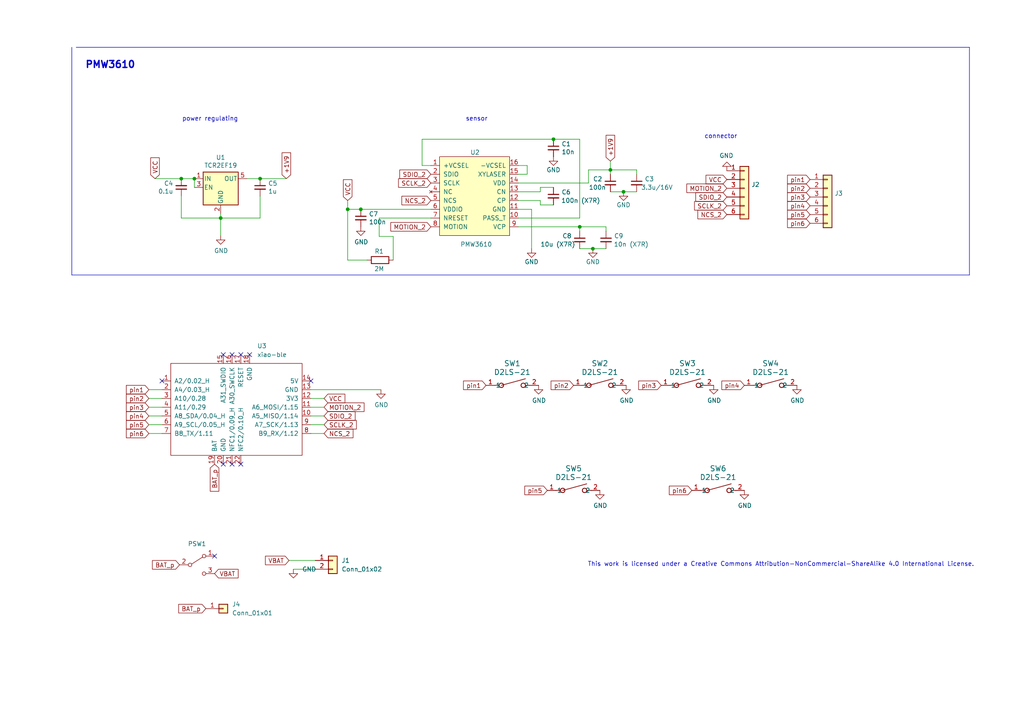
<source format=kicad_sch>
(kicad_sch (version 20230121) (generator eeschema)
  (paper "A4")
  (title_block (company "bastard keyboards") (comment 4 "Copyright Quentin Lebastard"))
  (lib_symbols
    (symbol "2024-07-27_01-51-38:D2LS-21" (pin_names (offset 0.254))
      (property "Reference" "SW" (at 7.62 3.81 0))
      (property "Value" "D2LS-21" (at 0 0 0))
      (symbol "D2LS-21_0_1"
        (polyline (pts (xy 2.54 0) (xy 3.81 0)) (stroke (width 0.2032)))
        (polyline (pts (xy 4.445 0) (xy 11.43 1.905)) (stroke (width 0.2032)))
        (polyline (pts (xy 12.7 0) (xy 11.43 0)) (stroke (width 0.2032)))
        (circle (center 4.445 0) (radius 0.635) (stroke (width 0.254)))
        (circle (center 10.795 0) (radius 0.635) (stroke (width 0.254)))
        (pin unspecified line (at 0 0 0) (length 2.54) (name "1") (number "1"))
        (pin unspecified line (at 15.24 0 180) (length 2.54) (name "2") (number "2"))
      )
    )
    (symbol "Connector_Generic:Conn_01x01" (pin_names (offset 1.016) hide)
      (property "Reference" "J" (at 0 2.54 0))
      (property "Value" "Conn_01x01" (at 0 -2.54 0))
      (symbol "Conn_01x01_1_1"
        (rectangle (start -1.27 0.127) (end 0 -0.127) (stroke (width 0.1524)))
        (rectangle (start -1.27 1.27) (end 1.27 -1.27) (stroke (width 0.254)) (fill (type background)))
        (pin passive line (at -5.08 0 0) (length 3.81) (name "Pin_1") (number "1"))
      )
    )
    (symbol "Connector_Generic:Conn_01x02" (pin_names (offset 1.016) hide)
      (property "Reference" "J" (at 0 2.54 0))
      (property "Value" "Conn_01x02" (at 0 -5.08 0))
      (symbol "Conn_01x02_1_1"
        (rectangle (start -1.27 -2.413) (end 0 -2.667) (stroke (width 0.1524)))
        (rectangle (start -1.27 0.127) (end 0 -0.127) (stroke (width 0.1524)))
        (rectangle (start -1.27 1.27) (end 1.27 -3.81) (stroke (width 0.254)) (fill (type background)))
        (pin passive line (at -5.08 0 0) (length 3.81) (name "Pin_1") (number "1"))
        (pin passive line (at -5.08 -2.54 0) (length 3.81) (name "Pin_2") (number "2"))
      )
    )
    (symbol "Connector_Generic:Conn_01x06" (pin_names (offset 1.016) hide)
      (property "Reference" "J" (at 0 7.62 0))
      (property "Value" "Conn_01x06" (at 0 -10.16 0))
      (symbol "Conn_01x06_1_1"
        (rectangle (start -1.27 -7.493) (end 0 -7.747) (stroke (width 0.1524)))
        (rectangle (start -1.27 -4.953) (end 0 -5.207) (stroke (width 0.1524)))
        (rectangle (start -1.27 -2.413) (end 0 -2.667) (stroke (width 0.1524)))
        (rectangle (start -1.27 0.127) (end 0 -0.127) (stroke (width 0.1524)))
        (rectangle (start -1.27 2.667) (end 0 2.413) (stroke (width 0.1524)))
        (rectangle (start -1.27 5.207) (end 0 4.953) (stroke (width 0.1524)))
        (rectangle (start -1.27 6.35) (end 1.27 -8.89) (stroke (width 0.254)) (fill (type background)))
        (pin passive line (at -5.08 5.08 0) (length 3.81) (name "Pin_1") (number "1"))
        (pin passive line (at -5.08 2.54 0) (length 3.81) (name "Pin_2") (number "2"))
        (pin passive line (at -5.08 0 0) (length 3.81) (name "Pin_3") (number "3"))
        (pin passive line (at -5.08 -2.54 0) (length 3.81) (name "Pin_4") (number "4"))
        (pin passive line (at -5.08 -5.08 0) (length 3.81) (name "Pin_5") (number "5"))
        (pin passive line (at -5.08 -7.62 0) (length 3.81) (name "Pin_6") (number "6"))
      )
    )
    (symbol "Device:C_Small" (pin_numbers hide) (pin_names (offset 0.254) hide)
      (property "Reference" "C" (at 0.254 1.778 0))
      (property "Value" "C_Small" (at 0.254 -2.032 0))
      (symbol "C_Small_0_1"
        (polyline (pts (xy -1.524 -0.508) (xy 1.524 -0.508)) (stroke (width 0.3302)))
        (polyline (pts (xy -1.524 0.508) (xy 1.524 0.508)) (stroke (width 0.3048)))
      )
      (symbol "C_Small_1_1"
        (pin passive line (at 0 2.54 270) (length 2.032) (name "~") (number "1"))
        (pin passive line (at 0 -2.54 90) (length 2.032) (name "~") (number "2"))
      )
    )
    (symbol "Device:R" (pin_numbers hide) (pin_names (offset 0))
      (property "Reference" "R" (at 2.032 0 90))
      (property "Value" "R" (at 0 0 90))
      (symbol "R_0_1"
        (rectangle (start -1.016 -2.54) (end 1.016 2.54) (stroke (width 0.254)))
      )
      (symbol "R_1_1"
        (pin passive line (at 0 3.81 270) (length 1.27) (name "~") (number "1"))
        (pin passive line (at 0 -3.81 90) (length 1.27) (name "~") (number "2"))
      )
    )
    (symbol "Regulator_Linear:TLV70218_SOT23-5" (pin_names (offset 0.254))
      (property "Reference" "U" (at -3.81 5.715 0))
      (property "Value" "TLV70218_SOT23-5" (at 0 5.715 0))
      (symbol "TLV70218_SOT23-5_0_1"
        (rectangle (start -5.08 4.445) (end 5.08 -5.08) (stroke (width 0.254)) (fill (type background)))
      )
      (symbol "TLV70218_SOT23-5_1_1"
        (pin power_in line (at -7.62 2.54 0) (length 2.54) (name "IN") (number "1"))
        (pin power_in line (at 0 -7.62 90) (length 2.54) (name "GND") (number "2"))
        (pin input line (at -7.62 0 0) (length 2.54) (name "EN") (number "3"))
        (pin no_connect line (at 5.08 0 180) (length 2.54) hide (name "NC") (number "4"))
        (pin power_out line (at 7.62 2.54 180) (length 2.54) (name "OUT") (number "5"))
      )
    )
    (symbol "Switch:SW_SPDT" (pin_names (offset 0) hide)
      (property "Reference" "SW" (at 0 4.318 0))
      (property "Value" "SW_SPDT" (at 0 -5.08 0))
      (symbol "SW_SPDT_0_0"
        (circle (center -2.032 0) (radius 0.508))
        (circle (center 2.032 -2.54) (radius 0.508))
      )
      (symbol "SW_SPDT_0_1"
        (polyline (pts (xy -1.524 0.254) (xy 1.651 2.286)))
        (circle (center 2.032 2.54) (radius 0.508))
      )
      (symbol "SW_SPDT_1_1"
        (pin passive line (at 5.08 2.54 180) (length 2.54) (name "A") (number "1"))
        (pin passive line (at -5.08 0 0) (length 2.54) (name "B") (number "2"))
        (pin passive line (at 5.08 -2.54 180) (length 2.54) (name "C") (number "3"))
      )
    )
    (symbol "mcu:xiao-ble" (pin_names (offset 1.016))
      (property "Reference" "U" (at -17.78 16.51 0))
      (property "Value" "xiao-ble" (at -15.24 13.97 0))
      (symbol "xiao-ble_0_1"
        (rectangle (start -19.05 12.7) (end 19.05 -13.97))
      )
      (symbol "xiao-ble_1_1"
        (pin bidirectional line (at -21.59 7.62 0) (length 2.54) (name "A2/0.02_H") (number "1"))
        (pin bidirectional line (at 21.59 -2.54 180) (length 2.54) (name "A5_MISO/1.14") (number "10"))
        (pin bidirectional line (at 21.59 0 180) (length 2.54) (name "A6_MOSI/1.15") (number "11"))
        (pin power_out line (at 21.59 2.54 180) (length 2.54) (name "3V3") (number "12"))
        (pin power_out line (at 21.59 5.08 180) (length 2.54) (name "GND") (number "13"))
        (pin power_out line (at 21.59 7.62 180) (length 2.54) (name "5V") (number "14"))
        (pin input line (at -3.81 15.24 270) (length 2.54) (name "A31_SWDIO") (number "15"))
        (pin input line (at -1.27 15.24 270) (length 2.54) (name "A30_SWCLK") (number "16"))
        (pin input line (at 1.27 15.24 270) (length 2.54) (name "RESET") (number "17"))
        (pin power_out line (at 3.81 15.24 270) (length 2.54) (name "GND") (number "18"))
        (pin bidirectional line (at -6.35 -16.51 90) (length 2.54) (name "BAT") (number "19"))
        (pin bidirectional line (at -21.59 5.08 0) (length 2.54) (name "A4/0.03_H") (number "2"))
        (pin power_out line (at -3.81 -16.51 90) (length 2.54) (name "GND") (number "20"))
        (pin bidirectional line (at -1.27 -16.51 90) (length 2.54) (name "NFC1/0.09_H") (number "21"))
        (pin bidirectional line (at 1.27 -16.51 90) (length 2.54) (name "NFC2/0.10_H") (number "22"))
        (pin bidirectional line (at -21.59 2.54 0) (length 2.54) (name "A10/0.28") (number "3"))
        (pin bidirectional line (at -21.59 0 0) (length 2.54) (name "A11/0.29") (number "4"))
        (pin bidirectional line (at -21.59 -2.54 0) (length 2.54) (name "A8_SDA/0.04_H") (number "5"))
        (pin bidirectional line (at -21.59 -5.08 0) (length 2.54) (name "A9_SCL/0.05_H") (number "6"))
        (pin bidirectional line (at -21.59 -7.62 0) (length 2.54) (name "B8_TX/1.11") (number "7"))
        (pin bidirectional line (at 21.59 -7.62 180) (length 2.54) (name "B9_RX/1.12") (number "8"))
        (pin bidirectional line (at 21.59 -5.08 180) (length 2.54) (name "A7_SCK/1.13") (number "9"))
      )
    )
    (symbol "mysymbol:PMW3610" (pin_names (offset 1.016))
      (property "Reference" "U?" (at -1.27 17.78 0))
      (property "Value" "PMW3610" (at 10.16 -12.7 0))
      (symbol "PMW3610_0_0"
        (pin input line (at -12.7 10.16 0) (length 2.54) (name "+VCSEL") (number "1"))
        (pin unspecified line (at 12.7 -5.08 180) (length 2.54) (name "PASS_T") (number "10"))
        (pin input line (at 12.7 -2.54 180) (length 2.54) (name "GND") (number "11"))
        (pin unspecified line (at 12.7 0 180) (length 2.54) (name "CP") (number "12"))
        (pin unspecified line (at 12.7 2.54 180) (length 2.54) (name "CN") (number "13"))
        (pin power_in line (at 12.7 5.08 180) (length 2.54) (name "VDD") (number "14"))
        (pin input line (at 12.7 7.62 180) (length 2.54) (name "XYLASER") (number "15"))
        (pin unspecified line (at 12.7 10.16 180) (length 2.54) (name "-VCSEL") (number "16"))
        (pin bidirectional line (at -12.7 7.62 0) (length 2.54) (name "SDIO") (number "2"))
        (pin input line (at -12.7 5.08 0) (length 2.54) (name "SCLK") (number "3"))
        (pin no_connect line (at -12.7 2.54 0) (length 2.54) (name "NC") (number "4"))
        (pin input line (at -12.7 0 0) (length 2.54) (name "NCS") (number "5"))
        (pin input line (at -12.7 -2.54 0) (length 2.54) (name "VDDIO") (number "6"))
        (pin input line (at -12.7 -5.08 0) (length 2.54) (name "NRESET") (number "7"))
        (pin output line (at -12.7 -7.62 0) (length 2.54) (name "MOTION") (number "8"))
        (pin unspecified line (at 12.7 -7.62 180) (length 2.54) (name "VCP") (number "9"))
      )
      (symbol "PMW3610_0_1"
        (rectangle (start -10.16 12.7) (end 10.16 -10.16) (fill (type background)))
      )
    )
    (symbol "power:GND" (power) (pin_names (offset 0))
      (property "Value" "GND" (at 0 -3.81 0))
      (symbol "GND_0_1"
        (polyline (pts (xy 0 0) (xy 0 -1.27) (xy 1.27 -1.27) (xy 0 -2.54) (xy -1.27 -1.27) (xy 0 -1.27)))
      )
      (symbol "GND_1_1"
        (pin power_in line (at 0 0 270) (length 0) hide (name "GND") (number "1"))
      )
    )
  )
  (junction (at 64.008 63.246))
  (junction (at 100.838 60.706))
  (junction (at 168.148 65.786))
  (junction (at 52.578 51.816))
  (junction (at 171.958 72.136))
  (junction (at 177.038 49.276))
  (junction (at 56.388 51.816))
  (junction (at 180.848 55.626))
  (junction (at 104.648 60.706))
  (junction (at 160.528 40.386))
  (junction (at 75.438 51.816))
  (no_connect (at 67.31 102.87))
  (no_connect (at 72.39 102.87))
  (no_connect (at 67.31 134.62))
  (no_connect (at 62.23 161.29))
  (no_connect (at 64.77 134.62))
  (no_connect (at 46.99 110.49))
  (no_connect (at 69.85 102.87))
  (no_connect (at 64.77 102.87))
  (no_connect (at 90.17 110.49))
  (no_connect (at 69.85 134.62))
  (wire (pts (xy 156.718 58.166) (xy 156.718 59.436)))
  (wire (pts (xy 150.368 63.246) (xy 168.148 63.246)))
  (wire (pts (xy 150.368 65.786) (xy 168.148 65.786)))
  (wire (pts (xy 177.038 55.626) (xy 180.848 55.626)))
  (wire (pts (xy 43.18 120.65) (xy 46.99 120.65)))
  (wire (pts (xy 90.17 125.73) (xy 93.98 125.73)))
  (wire (pts (xy 177.038 46.736) (xy 177.038 49.276)))
  (wire (pts (xy 168.148 65.786) (xy 168.148 67.056)))
  (wire (pts (xy 106.426 75.438) (xy 100.838 75.438)))
  (wire (pts (xy 168.148 65.786) (xy 175.768 65.786)))
  (wire (pts (xy 150.368 53.086) (xy 170.688 53.086)))
  (polyline (pts (xy 20.828 13.716) (xy 20.828 79.756)))
  (wire (pts (xy 43.18 125.73) (xy 46.99 125.73)))
  (wire (pts (xy 93.98 118.11) (xy 90.17 118.11)))
  (wire (pts (xy 168.148 72.136) (xy 171.958 72.136)))
  (wire (pts (xy 91.44 165.1) (xy 85.09 165.1)))
  (wire (pts (xy 180.848 55.626) (xy 184.658 55.626)))
  (wire (pts (xy 170.688 53.086) (xy 170.688 49.276)))
  (wire (pts (xy 100.838 60.706) (xy 100.838 75.438)))
  (wire (pts (xy 75.438 63.246) (xy 64.008 63.246)))
  (wire (pts (xy 93.98 123.19) (xy 90.17 123.19)))
  (wire (pts (xy 122.428 48.006) (xy 124.968 48.006)))
  (wire (pts (xy 52.578 51.816) (xy 56.388 51.816)))
  (wire (pts (xy 175.768 65.786) (xy 175.768 67.056)))
  (wire (pts (xy 171.958 72.136) (xy 175.768 72.136)))
  (wire (pts (xy 64.008 61.976) (xy 64.008 63.246)))
  (wire (pts (xy 109.982 63.246) (xy 124.968 63.246)))
  (wire (pts (xy 43.18 123.19) (xy 46.99 123.19)))
  (wire (pts (xy 43.18 115.57) (xy 46.99 115.57)))
  (wire (pts (xy 52.578 56.896) (xy 52.578 63.246)))
  (wire (pts (xy 43.18 118.11) (xy 46.99 118.11)))
  (polyline (pts (xy 22.098 13.716) (xy 281.178 13.716)))
  (wire (pts (xy 150.368 48.006) (xy 152.908 48.006)))
  (wire (pts (xy 91.44 162.56) (xy 83.82 162.56)))
  (wire (pts (xy 110.49 113.03) (xy 90.17 113.03)))
  (wire (pts (xy 93.98 120.65) (xy 90.17 120.65)))
  (wire (pts (xy 56.388 54.356) (xy 56.388 51.816)))
  (wire (pts (xy 160.528 40.386) (xy 122.428 40.386)))
  (wire (pts (xy 114.046 68.58) (xy 109.982 68.58)))
  (wire (pts (xy 156.718 59.436) (xy 160.528 59.436)))
  (wire (pts (xy 52.578 63.246) (xy 64.008 63.246)))
  (wire (pts (xy 100.838 58.166) (xy 100.838 60.706)))
  (wire (pts (xy 71.628 51.816) (xy 75.438 51.816)))
  (wire (pts (xy 156.718 55.626) (xy 156.718 54.356)))
  (wire (pts (xy 150.368 50.546) (xy 152.908 50.546)))
  (polyline (pts (xy 281.178 13.716) (xy 281.178 79.756)))
  (wire (pts (xy 93.98 115.57) (xy 90.17 115.57)))
  (wire (pts (xy 150.368 60.706) (xy 154.178 60.706)))
  (wire (pts (xy 177.038 49.276) (xy 184.658 49.276)))
  (wire (pts (xy 64.008 63.246) (xy 64.008 68.326)))
  (wire (pts (xy 168.148 40.386) (xy 160.528 40.386)))
  (wire (pts (xy 104.648 60.706) (xy 124.968 60.706)))
  (wire (pts (xy 156.718 54.356) (xy 160.528 54.356)))
  (wire (pts (xy 177.038 49.276) (xy 177.038 50.546)))
  (wire (pts (xy 109.982 68.58) (xy 109.982 63.246)))
  (polyline (pts (xy 281.178 79.756) (xy 20.828 79.756)))
  (wire (pts (xy 122.428 40.386) (xy 122.428 48.006)))
  (wire (pts (xy 150.368 58.166) (xy 156.718 58.166)))
  (wire (pts (xy 170.688 49.276) (xy 177.038 49.276)))
  (wire (pts (xy 152.908 48.006) (xy 152.908 50.546)))
  (wire (pts (xy 154.178 60.706) (xy 154.178 72.136)))
  (wire (pts (xy 75.438 56.896) (xy 75.438 63.246)))
  (wire (pts (xy 150.368 55.626) (xy 156.718 55.626)))
  (wire (pts (xy 100.838 60.706) (xy 104.648 60.706)))
  (wire (pts (xy 43.18 113.03) (xy 46.99 113.03)))
  (wire (pts (xy 83.058 51.816) (xy 75.438 51.816)))
  (wire (pts (xy 44.958 51.816) (xy 52.578 51.816)))
  (wire (pts (xy 168.148 63.246) (xy 168.148 40.386)))
  (wire (pts (xy 114.046 68.58) (xy 114.046 75.438)))
  (wire (pts (xy 184.658 49.276) (xy 184.658 50.546)))
  (text "This work is licensed under a Creative Commons Attribution-NonCommercial-ShareAlike 4.0 International License." (at 282.575 164.465 0) (effects (font (size 1.27 1.27)) (justify right bottom)))
  (text "sensor" (at 141.478 35.306 0) (effects (font (size 1.27 1.27)) (justify right bottom)))
  (text "PMW3610" (at 24.638 20.066 0) (effects (font (size 2 2) (thickness 0.4) bold) (justify left bottom)))
  (text "power regulating" (at 69.088 35.306 0) (effects (font (size 1.27 1.27)) (justify right bottom)))
  (text "connector" (at 213.868 40.386 0) (effects (font (size 1.27 1.27)) (justify right bottom)))
  (global_label "MOTION_2" (shape input) (at 210.82 54.61 180) (property "Intersheetrefs" "${INTERSHEET_REFS}" (effects hide)))
  (global_label "SDIO_2" (shape input) (at 210.82 57.15 180) (property "Intersheetrefs" "${INTERSHEET_REFS}" (effects hide)))
  (global_label "NCS_2" (shape input) (at 93.98 125.73 0) (property "Intersheetrefs" "${INTERSHEET_REFS}" (effects hide)))
  (global_label "VBAT" (shape input) (at 83.82 162.56 180) (property "Intersheetrefs" "${INTERSHEET_REFS}" (effects hide)))
  (global_label "BAT_p" (shape input) (at 52.07 163.83 180) (property "Intersheetrefs" "${INTERSHEET_REFS}" (effects hide)))
  (global_label "SCLK_2" (shape input) (at 124.968 53.086 180) (property "Intersheetrefs" "${INTERSHEET_REFS}" (effects hide)))
  (global_label "pin1" (shape input) (at 140.97 111.76 180) (property "Intersheetrefs" "${INTERSHEET_REFS}" (effects hide)))
  (global_label "+1V9" (shape input) (at 83.058 51.816 90) (property "Intersheetrefs" "${INTERSHEET_REFS}" (effects hide)))
  (global_label "pin4" (shape input) (at 43.18 120.65 180) (property "Intersheetrefs" "${INTERSHEET_REFS}" (effects hide)))
  (global_label "pin6" (shape input) (at 200.66 142.24 180) (property "Intersheetrefs" "${INTERSHEET_REFS}" (effects hide)))
  (global_label "pin2" (shape input) (at 234.95 54.61 180) (property "Intersheetrefs" "${INTERSHEET_REFS}" (effects hide)))
  (global_label "pin3" (shape input) (at 234.95 57.15 180) (property "Intersheetrefs" "${INTERSHEET_REFS}" (effects hide)))
  (global_label "VCC" (shape input) (at 93.98 115.57 0) (property "Intersheetrefs" "${INTERSHEET_REFS}" (effects hide)))
  (global_label "SDIO_2" (shape input) (at 124.968 50.546 180) (property "Intersheetrefs" "${INTERSHEET_REFS}" (effects hide)))
  (global_label "BAT_p" (shape input) (at 59.69 176.53 180) (property "Intersheetrefs" "${INTERSHEET_REFS}" (effects hide)))
  (global_label "NCS_2" (shape input) (at 210.82 62.23 180) (property "Intersheetrefs" "${INTERSHEET_REFS}" (effects hide)))
  (global_label "pin5" (shape input) (at 234.95 62.23 180) (property "Intersheetrefs" "${INTERSHEET_REFS}" (effects hide)))
  (global_label "MOTION_2" (shape input) (at 93.98 118.11 0) (property "Intersheetrefs" "${INTERSHEET_REFS}" (effects hide)))
  (global_label "pin2" (shape input) (at 166.37 111.76 180) (property "Intersheetrefs" "${INTERSHEET_REFS}" (effects hide)))
  (global_label "pin6" (shape input) (at 43.18 125.73 180) (property "Intersheetrefs" "${INTERSHEET_REFS}" (effects hide)))
  (global_label "pin3" (shape input) (at 43.18 118.11 180) (property "Intersheetrefs" "${INTERSHEET_REFS}" (effects hide)))
  (global_label "VBAT" (shape input) (at 62.23 166.37 0) (property "Intersheetrefs" "${INTERSHEET_REFS}" (effects hide)))
  (global_label "pin1" (shape input) (at 43.18 113.03 180) (property "Intersheetrefs" "${INTERSHEET_REFS}" (effects hide)))
  (global_label "pin5" (shape input) (at 158.75 142.24 180) (property "Intersheetrefs" "${INTERSHEET_REFS}" (effects hide)))
  (global_label "VCC" (shape input) (at 210.82 52.07 180) (property "Intersheetrefs" "${INTERSHEET_REFS}" (effects hide)))
  (global_label "SDIO_2" (shape input) (at 93.98 120.65 0) (property "Intersheetrefs" "${INTERSHEET_REFS}" (effects hide)))
  (global_label "VCC" (shape input) (at 100.838 58.166 90) (property "Intersheetrefs" "${INTERSHEET_REFS}" (effects hide)))
  (global_label "MOTION_2" (shape input) (at 124.968 65.786 180) (property "Intersheetrefs" "${INTERSHEET_REFS}" (effects hide)))
  (global_label "VCC" (shape input) (at 44.958 51.816 90) (property "Intersheetrefs" "${INTERSHEET_REFS}" (effects hide)))
  (global_label "SCLK_2" (shape input) (at 210.82 59.69 180) (property "Intersheetrefs" "${INTERSHEET_REFS}" (effects hide)))
  (global_label "NCS_2" (shape input) (at 124.968 58.166 180) (property "Intersheetrefs" "${INTERSHEET_REFS}" (effects hide)))
  (global_label "pin5" (shape input) (at 43.18 123.19 180) (property "Intersheetrefs" "${INTERSHEET_REFS}" (effects hide)))
  (global_label "pin4" (shape input) (at 234.95 59.69 180) (property "Intersheetrefs" "${INTERSHEET_REFS}" (effects hide)))
  (global_label "SCLK_2" (shape input) (at 93.98 123.19 0) (property "Intersheetrefs" "${INTERSHEET_REFS}" (effects hide)))
  (global_label "pin1" (shape input) (at 234.95 52.07 180) (property "Intersheetrefs" "${INTERSHEET_REFS}" (effects hide)))
  (global_label "BAT_p" (shape input) (at 62.23 134.62 270) (property "Intersheetrefs" "${INTERSHEET_REFS}" (effects hide)))
  (global_label "pin6" (shape input) (at 234.95 64.77 180) (property "Intersheetrefs" "${INTERSHEET_REFS}" (effects hide)))
  (global_label "pin4" (shape input) (at 215.9 111.76 180) (property "Intersheetrefs" "${INTERSHEET_REFS}" (effects hide)))
  (global_label "pin3" (shape input) (at 191.77 111.76 180) (property "Intersheetrefs" "${INTERSHEET_REFS}" (effects hide)))
  (global_label "pin2" (shape input) (at 43.18 115.57 180) (property "Intersheetrefs" "${INTERSHEET_REFS}" (effects hide)))
  (global_label "+1V9" (shape input) (at 177.038 46.736 90) (property "Intersheetrefs" "${INTERSHEET_REFS}" (effects hide)))
  (symbol (lib_id "Connector_Generic:Conn_01x06") (at 215.9 54.61 0) (unit 1)
    (property "Reference" "J2" (at 217.932 53.5432 0) (effects (justify left)))
    (property "Value" "Conn_01x06" (effects hide))
    (property "Footprint" "Connector_PinHeader_2.54mm:PinHeader_1x06_P2.54mm_Vertical" (effects hide))
  )
  (symbol (lib_id "Device:C_Small") (at 104.648 63.246 0) (unit 1)
    (property "Reference" "C7" (at 106.9848 62.0776 0) (effects (justify left)))
    (property "Value" "100n" (at 106.9848 64.389 0) (effects (justify left)))
    (property "Footprint" "Capacitor_SMD:C_0603_1608Metric" (effects hide))
    (property "LCSC" "C19666" (effects hide))
  )
  (symbol (lib_id "2024-07-27_01-51-38:D2LS-21") (at 215.9 111.76 0) (unit 1)
    (property "Reference" "SW4" (at 223.52 105.41 0) (effects (font (size 1.524 1.524))))
    (property "Value" "D2LS-21" (at 223.52 107.95 0) (effects (font (size 1.524 1.524))))
    (property "Footprint" "D2LS_21_20M:SW_D2LS-11_2_OMR" (effects hide))
    (property "Datasheet" "D2LS-21" (effects hide))
  )
  (symbol (lib_id "Switch:SW_SPDT") (at 57.15 163.83 0) (unit 1)
    (property "Reference" "PSW1" (at 57.15 157.734 0))
    (property "Value" "SW_SPDT" (effects hide))
    (property "Footprint" "kbd_Parts:TGSW_MSK-12D19" (effects hide))
  )
  (symbol (lib_id "Connector_Generic:Conn_01x06") (at 240.03 57.15 0) (unit 1)
    (property "Reference" "J3" (at 242.062 56.0832 0) (effects (justify left)))
    (property "Value" "Conn_01x06" (effects hide))
    (property "Footprint" "Connector_PinHeader_2.54mm:PinHeader_1x06_P2.54mm_Vertical" (effects hide))
  )
  (symbol (lib_id "power:GND") (at 104.648 65.786 0) (unit 1)
    (property "Reference" "#PWR0103" (effects hide))
    (property "Value" "GND" (at 104.775 70.1802 0))
  )
  (symbol (lib_id "power:GND") (at 207.01 111.76 0) (unit 1)
    (property "Reference" "#PWR04" (effects hide))
    (property "Value" "GND" (at 207.137 116.1542 0))
  )
  (symbol (lib_id "power:GND") (at 85.09 165.1 0) (unit 1)
    (property "Reference" "#PWR08" (effects hide))
    (property "Value" "GND" (at 87.63 165.1 0) (effects (justify left)))
  )
  (symbol (lib_id "2024-07-27_01-51-38:D2LS-21") (at 140.97 111.76 0) (unit 1)
    (property "Reference" "SW1" (at 148.59 105.41 0) (effects (font (size 1.524 1.524))))
    (property "Value" "D2LS-21" (at 148.59 107.95 0) (effects (font (size 1.524 1.524))))
    (property "Footprint" "D2LS_21_20M:SW_D2LS-11_2_OMR" (effects hide))
    (property "Datasheet" "D2LS-21" (effects hide))
  )
  (symbol (lib_id "2024-07-27_01-51-38:D2LS-21") (at 158.75 142.24 0) (unit 1)
    (property "Reference" "SW5" (at 166.37 135.89 0) (effects (font (size 1.524 1.524))))
    (property "Value" "D2LS-21" (at 166.37 138.43 0) (effects (font (size 1.524 1.524))))
    (property "Footprint" "D2LS_21_20M:SW_D2LS-11_2_OMR" (effects hide))
    (property "Datasheet" "D2LS-21" (effects hide))
  )
  (symbol (lib_id "power:GND") (at 180.848 55.626 0) (unit 1)
    (property "Reference" "#PWR0101" (effects hide))
    (property "Value" "GND" (at 180.848 59.436 0))
  )
  (symbol (lib_id "Device:C_Small") (at 75.438 54.356 0) (unit 1)
    (property "Reference" "C5" (at 77.7748 53.1876 0) (effects (justify left)))
    (property "Value" "1u" (at 77.7748 55.499 0) (effects (justify left)))
    (property "Footprint" "Capacitor_SMD:C_0603_1608Metric" (effects hide))
    (property "LCSC" "C15849" (effects hide))
  )
  (symbol (lib_id "2024-07-27_01-51-38:D2LS-21") (at 200.66 142.24 0) (unit 1)
    (property "Reference" "SW6" (at 208.28 135.89 0) (effects (font (size 1.524 1.524))))
    (property "Value" "D2LS-21" (at 208.28 138.43 0) (effects (font (size 1.524 1.524))))
    (property "Footprint" "D2LS_21_20M:SW_D2LS-11_2_OMR" (effects hide))
    (property "Datasheet" "D2LS-21" (effects hide))
  )
  (symbol (lib_id "Device:C_Small") (at 160.528 56.896 0) (unit 1)
    (property "Reference" "C6" (at 162.8648 55.7276 0) (effects (justify left)))
    (property "Value" " 100n (X7R)" (at 161.798 58.166 0) (effects (justify left)))
    (property "Footprint" "Capacitor_SMD:C_0603_1608Metric" (effects hide))
    (property "LCSC" "C19666" (effects hide))
  )
  (symbol (lib_id "mcu:xiao-ble") (at 68.58 118.11 0) (unit 1)
    (property "Reference" "U3" (at 74.5841 100.33 0) (effects (justify left)))
    (property "Value" "xiao-ble" (at 74.5841 102.87 0) (effects (justify left)))
    (property "Footprint" "TOTEMlib:xiao-ble-tht" (effects hide))
  )
  (symbol (lib_id "Connector_Generic:Conn_01x02") (at 96.52 162.56 0) (unit 1)
    (property "Reference" "J1" (at 99.06 162.56 0) (effects (justify left)))
    (property "Value" "Conn_01x02" (at 99.06 165.1 0) (effects (justify left)))
    (property "Footprint" "kbd_Parts:Battery_2pin" (effects hide))
  )
  (symbol (lib_id "mysymbol:PMW3610") (at 137.668 58.166 0) (unit 1)
    (property "Reference" "U2" (at 136.398 44.196 0) (effects (justify left)))
    (property "Value" "PMW3610" (at 142.748 70.866 0) (effects (justify right)))
    (property "Footprint" "mylib:PMW3610" (effects hide))
  )
  (symbol (lib_id "Device:C_Small") (at 52.578 54.356 0) (mirror x) (unit 1)
    (property "Reference" "C4" (at 50.2666 53.1876 0) (effects (justify right)))
    (property "Value" "0.1u" (at 50.2666 55.499 0) (effects (justify right)))
    (property "Footprint" "Capacitor_SMD:C_0603_1608Metric" (effects hide))
    (property "LCSC" "C14663" (effects hide))
  )
  (symbol (lib_id "power:GND") (at 160.528 45.466 0) (unit 1)
    (property "Reference" "#PWR0105" (effects hide))
    (property "Value" "GND" (at 160.528 49.276 0))
  )
  (symbol (lib_id "2024-07-27_01-51-38:D2LS-21") (at 191.77 111.76 0) (unit 1)
    (property "Reference" "SW3" (at 199.39 105.41 0) (effects (font (size 1.524 1.524))))
    (property "Value" "D2LS-21" (at 199.39 107.95 0) (effects (font (size 1.524 1.524))))
    (property "Footprint" "D2LS_21_20M:SW_D2LS-11_2_OMR" (effects hide))
    (property "Datasheet" "D2LS-21" (effects hide))
  )
  (symbol (lib_id "2024-07-27_01-51-38:D2LS-21") (at 166.37 111.76 0) (unit 1)
    (property "Reference" "SW2" (at 173.99 105.41 0) (effects (font (size 1.524 1.524))))
    (property "Value" "D2LS-21" (at 173.99 107.95 0) (effects (font (size 1.524 1.524))))
    (property "Footprint" "D2LS_21_20M:SW_D2LS-11_2_OMR" (effects hide))
    (property "Datasheet" "D2LS-21" (effects hide))
  )
  (symbol (lib_id "power:GND") (at 173.99 142.24 0) (unit 1)
    (property "Reference" "#PWR06" (effects hide))
    (property "Value" "GND" (at 174.117 146.6342 0))
  )
  (symbol (lib_id "power:GND") (at 171.958 72.136 0) (unit 1)
    (property "Reference" "#PWR0102" (effects hide))
    (property "Value" "GND" (at 171.958 75.946 0))
  )
  (symbol (lib_id "power:GND") (at 154.178 72.136 0) (unit 1)
    (property "Reference" "#PWR0109" (effects hide))
    (property "Value" "GND" (at 154.178 75.946 0))
  )
  (symbol (lib_id "Device:R") (at 110.236 75.438 270) (unit 1)
    (property "Reference" "R1" (at 109.982 72.898 90))
    (property "Value" "2M" (at 109.982 77.978 90))
    (property "Footprint" "Resistor_SMD:R_0603_1608Metric" (effects hide))
  )
  (symbol (lib_id "Device:C_Small") (at 177.038 53.086 0) (mirror y) (unit 1)
    (property "Reference" "C2" (at 174.7012 51.9176 0) (effects (justify left)))
    (property "Value" "100n" (at 175.768 54.356 0) (effects (justify left)))
    (property "Footprint" "Capacitor_SMD:C_0603_1608Metric" (effects hide))
    (property "LCSC" "C19666" (effects hide))
  )
  (symbol (lib_id "Device:C_Small") (at 160.528 42.926 0) (unit 1)
    (property "Reference" "C1" (at 162.8648 41.7576 0) (effects (justify left)))
    (property "Value" "10n" (at 162.8648 44.069 0) (effects (justify left)))
    (property "Footprint" "Capacitor_SMD:C_0603_1608Metric" (effects hide))
    (property "LCSC" "C19666" (effects hide))
  )
  (symbol (lib_id "power:GND") (at 231.14 111.76 0) (unit 1)
    (property "Reference" "#PWR05" (effects hide))
    (property "Value" "GND" (at 231.267 116.1542 0))
  )
  (symbol (lib_id "Connector_Generic:Conn_01x01") (at 64.77 176.53 0) (unit 1)
    (property "Reference" "J4" (at 67.31 175.26 0) (effects (justify left)))
    (property "Value" "Conn_01x01" (at 67.31 177.8 0) (effects (justify left)))
    (property "Footprint" "Connector_PinHeader_2.54mm:PinHeader_1x01_P2.54mm_Vertical" (effects hide))
  )
  (symbol (lib_id "power:GND") (at 181.61 111.76 0) (unit 1)
    (property "Reference" "#PWR03" (effects hide))
    (property "Value" "GND" (at 181.737 116.1542 0))
  )
  (symbol (lib_id "Regulator_Linear:TLV70218_SOT23-5") (at 64.008 54.356 0) (unit 1)
    (property "Reference" "U1" (at 64.008 45.6692 0))
    (property "Value" "TCR2EF19" (at 64.008 47.9806 0))
    (property "Footprint" "Package_TO_SOT_SMD:SOT-23-5" (effects hide))
    (property "LCSC" "C146366" (effects hide))
  )
  (symbol (lib_id "power:GND") (at 64.008 68.326 0) (unit 1)
    (property "Reference" "#PWR0104" (effects hide))
    (property "Value" "GND" (at 64.135 72.7202 0))
  )
  (symbol (lib_id "Device:C_Small") (at 184.658 53.086 0) (unit 1)
    (property "Reference" "C3" (at 186.9948 51.9176 0) (effects (justify left)))
    (property "Value" "3.3u/16V" (at 185.928 54.356 0) (effects (justify left)))
    (property "Footprint" "Capacitor_SMD:C_0603_1608Metric" (effects hide))
    (property "LCSC" "C19666" (effects hide))
  )
  (symbol (lib_id "power:GND") (at 156.21 111.76 0) (unit 1)
    (property "Reference" "#PWR01" (effects hide))
    (property "Value" "GND" (at 156.337 116.1542 0))
  )
  (symbol (lib_id "Device:C_Small") (at 168.148 69.596 0) (mirror y) (unit 1)
    (property "Reference" "C8" (at 165.8112 68.4276 0) (effects (justify left)))
    (property "Value" " 10u (X7R)" (at 166.878 70.866 0) (effects (justify left)))
    (property "Footprint" "Capacitor_SMD:C_0603_1608Metric" (effects hide))
    (property "LCSC" "C19666" (effects hide))
  )
  (symbol (lib_id "Device:C_Small") (at 175.768 69.596 0) (unit 1)
    (property "Reference" "C9" (at 178.1048 68.4276 0) (effects (justify left)))
    (property "Value" " 10n (X7R)" (at 177.038 70.866 0) (effects (justify left)))
    (property "Footprint" "Capacitor_SMD:C_0603_1608Metric" (effects hide))
    (property "LCSC" "C19666" (effects hide))
  )
  (symbol (lib_id "power:GND") (at 110.49 113.03 0) (unit 1)
    (property "Reference" "#PWR02" (effects hide))
    (property "Value" "GND" (at 110.617 117.4242 0))
  )
  (symbol (lib_id "power:GND") (at 210.82 49.53 180) (unit 1)
    (property "Reference" "#PWR09" (effects hide))
    (property "Value" "GND" (at 210.693 45.1358 0))
  )
  (symbol (lib_id "power:GND") (at 215.9 142.24 0) (unit 1)
    (property "Reference" "#PWR07" (effects hide))
    (property "Value" "GND" (at 216.027 146.6342 0))
  )
)
</source>
